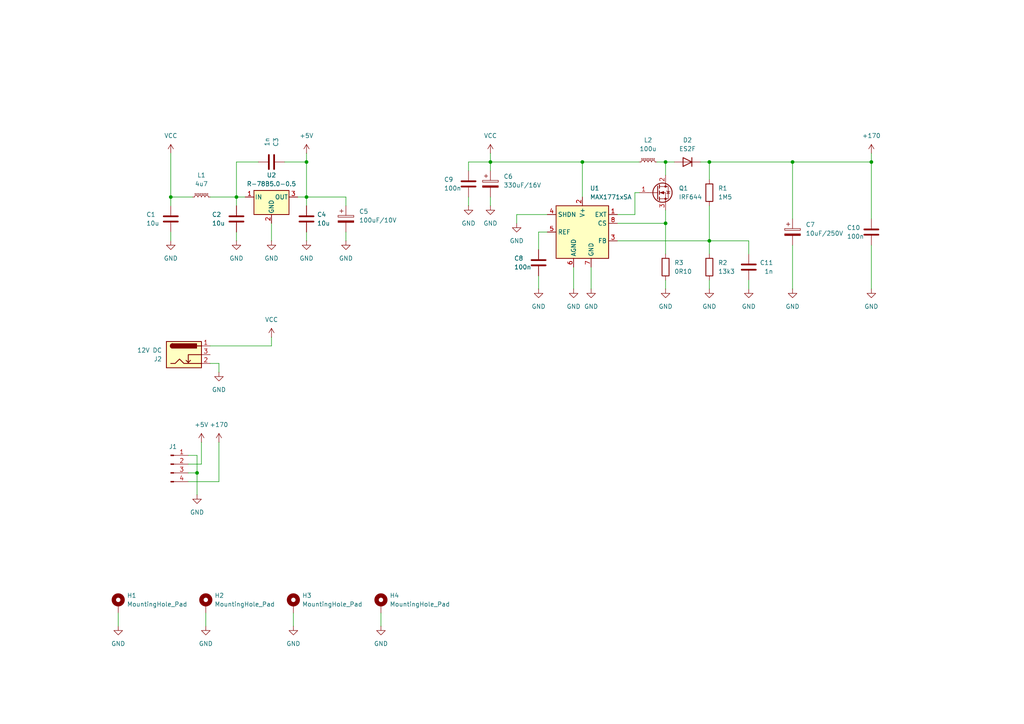
<source format=kicad_sch>
(kicad_sch (version 20231120) (generator "eeschema") (generator_version "8.0")
  (paper "A4")
  (lib_symbols
    (symbol "Connector:Barrel_Jack_Switch" (pin_names hide)
      (property "Reference" "J" (at 0 5.334 0))
      (property "Value" "Barrel_Jack_Switch" (at 0 -5.08 0))
      (symbol "Barrel_Jack_Switch_0_1"
        (rectangle (start -5.08 3.81) (end 5.08 -3.81) (stroke (width 0.254)) (fill (type background)))
        (arc (start -3.302 3.175) (mid -3.9343 2.54) (end -3.302 1.905) (stroke (width 0.254)))
        (arc (start -3.302 3.175) (mid -3.9343 2.54) (end -3.302 1.905) (stroke (width 0.254)) (fill (type outline)))
        (polyline (pts (xy 1.27 -2.286) (xy 1.905 -1.651)) (stroke (width 0.254)))
        (polyline (pts (xy 5.08 2.54) (xy 3.81 2.54)) (stroke (width 0.254)))
        (polyline (pts (xy 5.08 0) (xy 1.27 0) (xy 1.27 -2.286) (xy 0.635 -1.651)) (stroke (width 0.254)))
        (polyline (pts (xy -3.81 -2.54) (xy -2.54 -2.54) (xy -1.27 -1.27) (xy 0 -2.54) (xy 2.54 -2.54) (xy 5.08 -2.54)) (stroke (width 0.254)))
        (rectangle (start 3.683 3.175) (end -3.302 1.905) (stroke (width 0.254)) (fill (type outline)))
      )
      (symbol "Barrel_Jack_Switch_1_1"
        (pin passive line (at 7.62 2.54 180) (length 2.54) (name "~") (number "1"))
        (pin passive line (at 7.62 -2.54 180) (length 2.54) (name "~") (number "2"))
        (pin passive line (at 7.62 0 180) (length 2.54) (name "~") (number "3"))
      )
    )
    (symbol "Connector:Conn_01x04_Pin" (pin_names (offset 1.016) hide)
      (property "Reference" "J" (at 0 5.08 0))
      (property "Value" "Conn_01x04_Pin" (at 0 -7.62 0))
      (symbol "Conn_01x04_Pin_1_1"
        (polyline (pts (xy 1.27 -5.08) (xy 0.8636 -5.08)) (stroke (width 0.1524)))
        (polyline (pts (xy 1.27 -2.54) (xy 0.8636 -2.54)) (stroke (width 0.1524)))
        (polyline (pts (xy 1.27 0) (xy 0.8636 0)) (stroke (width 0.1524)))
        (polyline (pts (xy 1.27 2.54) (xy 0.8636 2.54)) (stroke (width 0.1524)))
        (rectangle (start 0.8636 -4.953) (end 0 -5.207) (stroke (width 0.1524)) (fill (type outline)))
        (rectangle (start 0.8636 -2.413) (end 0 -2.667) (stroke (width 0.1524)) (fill (type outline)))
        (rectangle (start 0.8636 0.127) (end 0 -0.127) (stroke (width 0.1524)) (fill (type outline)))
        (rectangle (start 0.8636 2.667) (end 0 2.413) (stroke (width 0.1524)) (fill (type outline)))
        (pin passive line (at 5.08 2.54 180) (length 3.81) (name "Pin_1") (number "1"))
        (pin passive line (at 5.08 0 180) (length 3.81) (name "Pin_2") (number "2"))
        (pin passive line (at 5.08 -2.54 180) (length 3.81) (name "Pin_3") (number "3"))
        (pin passive line (at 5.08 -5.08 180) (length 3.81) (name "Pin_4") (number "4"))
      )
    )
    (symbol "Device:C" (pin_numbers hide) (pin_names (offset 0.254))
      (property "Reference" "C" (at 0.635 2.54 0))
      (property "Value" "C" (at 0.635 -2.54 0))
      (symbol "C_0_1"
        (polyline (pts (xy -2.032 -0.762) (xy 2.032 -0.762)) (stroke (width 0.508)))
        (polyline (pts (xy -2.032 0.762) (xy 2.032 0.762)) (stroke (width 0.508)))
      )
      (symbol "C_1_1"
        (pin passive line (at 0 3.81 270) (length 2.794) (name "~") (number "1"))
        (pin passive line (at 0 -3.81 90) (length 2.794) (name "~") (number "2"))
      )
    )
    (symbol "Device:C_Polarized" (pin_numbers hide) (pin_names (offset 0.254))
      (property "Reference" "C" (at 0.635 2.54 0))
      (property "Value" "C_Polarized" (at 0.635 -2.54 0))
      (symbol "C_Polarized_0_1"
        (rectangle (start -2.286 0.508) (end 2.286 1.016))
        (polyline (pts (xy -1.778 2.286) (xy -0.762 2.286)))
        (polyline (pts (xy -1.27 2.794) (xy -1.27 1.778)))
        (rectangle (start 2.286 -0.508) (end -2.286 -1.016) (fill (type outline)))
      )
      (symbol "C_Polarized_1_1"
        (pin passive line (at 0 3.81 270) (length 2.794) (name "~") (number "1"))
        (pin passive line (at 0 -3.81 90) (length 2.794) (name "~") (number "2"))
      )
    )
    (symbol "Device:D" (pin_numbers hide) (pin_names (offset 1.016) hide)
      (property "Reference" "D" (at 0 2.54 0))
      (property "Value" "D" (at 0 -2.54 0))
      (symbol "D_0_1"
        (polyline (pts (xy -1.27 1.27) (xy -1.27 -1.27)) (stroke (width 0.254)))
        (polyline (pts (xy 1.27 0) (xy -1.27 0)))
        (polyline (pts (xy 1.27 1.27) (xy 1.27 -1.27) (xy -1.27 0) (xy 1.27 1.27)) (stroke (width 0.254)))
      )
      (symbol "D_1_1"
        (pin passive line (at -3.81 0 0) (length 2.54) (name "K") (number "1"))
        (pin passive line (at 3.81 0 180) (length 2.54) (name "A") (number "2"))
      )
    )
    (symbol "Device:L_Ferrite_Small" (pin_numbers hide) (pin_names (offset 0.254) hide)
      (property "Reference" "L" (at 1.27 1.016 0))
      (property "Value" "L_Ferrite_Small" (at 1.27 -1.27 0))
      (symbol "L_Ferrite_Small_0_1"
        (arc (start 0 -2.032) (mid 0.5058 -1.524) (end 0 -1.016))
        (arc (start 0 -1.016) (mid 0.5058 -0.508) (end 0 0))
        (polyline (pts (xy 0.762 -1.905) (xy 0.762 -1.651)))
        (polyline (pts (xy 0.762 -1.397) (xy 0.762 -1.143)))
        (polyline (pts (xy 0.762 -0.889) (xy 0.762 -0.635)))
        (polyline (pts (xy 0.762 -0.381) (xy 0.762 -0.127)))
        (polyline (pts (xy 0.762 0.127) (xy 0.762 0.381)))
        (polyline (pts (xy 0.762 0.635) (xy 0.762 0.889)))
        (polyline (pts (xy 0.762 1.143) (xy 0.762 1.397)))
        (polyline (pts (xy 0.762 1.651) (xy 0.762 1.905)))
        (polyline (pts (xy 1.016 -1.651) (xy 1.016 -1.905)))
        (polyline (pts (xy 1.016 -1.143) (xy 1.016 -1.397)))
        (polyline (pts (xy 1.016 -0.635) (xy 1.016 -0.889)))
        (polyline (pts (xy 1.016 -0.127) (xy 1.016 -0.381)))
        (polyline (pts (xy 1.016 0.381) (xy 1.016 0.127)))
        (polyline (pts (xy 1.016 0.889) (xy 1.016 0.635)))
        (polyline (pts (xy 1.016 1.397) (xy 1.016 1.143)))
        (polyline (pts (xy 1.016 1.905) (xy 1.016 1.651)))
        (arc (start 0 0) (mid 0.5058 0.508) (end 0 1.016))
        (arc (start 0 1.016) (mid 0.5058 1.524) (end 0 2.032))
      )
      (symbol "L_Ferrite_Small_1_1"
        (pin passive line (at 0 2.54 270) (length 0.508) (name "~") (number "1"))
        (pin passive line (at 0 -2.54 90) (length 0.508) (name "~") (number "2"))
      )
    )
    (symbol "Device:R" (pin_numbers hide) (pin_names (offset 0))
      (property "Reference" "R" (at 2.032 0 90))
      (property "Value" "R" (at 0 0 90))
      (symbol "R_0_1"
        (rectangle (start -1.016 -2.54) (end 1.016 2.54) (stroke (width 0.254)))
      )
      (symbol "R_1_1"
        (pin passive line (at 0 3.81 270) (length 1.27) (name "~") (number "1"))
        (pin passive line (at 0 -3.81 90) (length 1.27) (name "~") (number "2"))
      )
    )
    (symbol "Mechanical:MountingHole_Pad" (pin_numbers hide) (pin_names (offset 1.016) hide) (exclude_from_sim yes) (in_bom no)
      (property "Reference" "H" (at 0 6.35 0))
      (property "Value" "MountingHole_Pad" (at 0 4.445 0))
      (symbol "MountingHole_Pad_0_1"
        (circle (center 0 1.27) (radius 1.27) (stroke (width 1.27)))
      )
      (symbol "MountingHole_Pad_1_1"
        (pin input line (at 0 -2.54 90) (length 2.54) (name "1") (number "1"))
      )
    )
    (symbol "Regulator_Switching:MAX1771xSA"
      (property "Reference" "U" (at -3.81 10.16 0))
      (property "Value" "MAX1771xSA" (at 6.35 10.16 0))
      (symbol "MAX1771xSA_0_1"
        (rectangle (start -7.62 7.62) (end 7.62 -7.62) (stroke (width 0.254)) (fill (type background)))
      )
      (symbol "MAX1771xSA_1_1"
        (pin output line (at 10.16 5.08 180) (length 2.54) (name "EXT") (number "1"))
        (pin power_in line (at 0 10.16 270) (length 2.54) (name "V+") (number "2"))
        (pin input line (at 10.16 -2.54 180) (length 2.54) (name "FB") (number "3"))
        (pin input line (at -10.16 5.08 0) (length 2.54) (name "SHDN") (number "4"))
        (pin passive line (at -10.16 0 0) (length 2.54) (name "REF") (number "5"))
        (pin power_in line (at -2.54 -10.16 90) (length 2.54) (name "AGND") (number "6"))
        (pin power_in line (at 2.54 -10.16 90) (length 2.54) (name "GND") (number "7"))
        (pin input line (at 10.16 2.54 180) (length 2.54) (name "CS") (number "8"))
      )
    )
    (symbol "Regulator_Switching:R-78B5.0-2.0" (pin_names (offset 0.254))
      (property "Reference" "U" (at -3.81 3.175 0))
      (property "Value" "R-78B5.0-2.0" (at 0 3.175 0))
      (symbol "R-78B5.0-2.0_0_1"
        (rectangle (start -5.08 1.905) (end 5.08 -5.08) (stroke (width 0.254)) (fill (type background)))
      )
      (symbol "R-78B5.0-2.0_1_1"
        (pin power_in line (at -7.62 0 0) (length 2.54) (name "IN") (number "1"))
        (pin power_in line (at 0 -7.62 90) (length 2.54) (name "GND") (number "2"))
        (pin power_out line (at 7.62 0 180) (length 2.54) (name "OUT") (number "3"))
      )
    )
    (symbol "Transistor_FET:IRFS4321" (pin_names hide)
      (property "Reference" "Q" (at 5.08 1.905 0))
      (property "Value" "IRFS4321" (at 5.08 0 0))
      (symbol "IRFS4321_0_1"
        (polyline (pts (xy 0.254 0) (xy -2.54 0)))
        (polyline (pts (xy 0.254 1.905) (xy 0.254 -1.905)) (stroke (width 0.254)))
        (polyline (pts (xy 0.762 -1.27) (xy 0.762 -2.286)) (stroke (width 0.254)))
        (polyline (pts (xy 0.762 0.508) (xy 0.762 -0.508)) (stroke (width 0.254)))
        (polyline (pts (xy 0.762 2.286) (xy 0.762 1.27)) (stroke (width 0.254)))
        (polyline (pts (xy 2.54 2.54) (xy 2.54 1.778)))
        (polyline (pts (xy 2.54 -2.54) (xy 2.54 0) (xy 0.762 0)))
        (polyline (pts (xy 0.762 -1.778) (xy 3.302 -1.778) (xy 3.302 1.778) (xy 0.762 1.778)))
        (polyline (pts (xy 1.016 0) (xy 2.032 0.381) (xy 2.032 -0.381) (xy 1.016 0)) (fill (type outline)))
        (polyline (pts (xy 2.794 0.508) (xy 2.921 0.381) (xy 3.683 0.381) (xy 3.81 0.254)))
        (polyline (pts (xy 3.302 0.381) (xy 2.921 -0.254) (xy 3.683 -0.254) (xy 3.302 0.381)))
        (circle (center 1.651 0) (radius 2.794) (stroke (width 0.254)))
        (circle (center 2.54 -1.778) (radius 0.254) (fill (type outline)))
        (circle (center 2.54 1.778) (radius 0.254) (fill (type outline)))
      )
      (symbol "IRFS4321_1_1"
        (pin passive line (at -5.08 0 0) (length 2.54) (name "G") (number "1"))
        (pin passive line (at 2.54 5.08 270) (length 2.54) (name "D") (number "2"))
        (pin passive line (at 2.54 -5.08 90) (length 2.54) (name "S") (number "3"))
      )
    )
    (symbol "power:+2V8" (power) (pin_numbers hide) (pin_names (offset 0) hide)
      (property "Value" "+2V8" (at 0 3.556 0))
      (symbol "+2V8_0_1"
        (polyline (pts (xy -0.762 1.27) (xy 0 2.54)))
        (polyline (pts (xy 0 0) (xy 0 2.54)))
        (polyline (pts (xy 0 2.54) (xy 0.762 1.27)))
      )
      (symbol "+2V8_1_1"
        (pin power_in line (at 0 0 90) (length 0) (name "~") (number "1"))
      )
    )
    (symbol "power:+5V" (power) (pin_numbers hide) (pin_names (offset 0) hide)
      (property "Value" "+5V" (at 0 3.556 0))
      (symbol "+5V_0_1"
        (polyline (pts (xy -0.762 1.27) (xy 0 2.54)))
        (polyline (pts (xy 0 0) (xy 0 2.54)))
        (polyline (pts (xy 0 2.54) (xy 0.762 1.27)))
      )
      (symbol "+5V_1_1"
        (pin power_in line (at 0 0 90) (length 0) (name "~") (number "1"))
      )
    )
    (symbol "power:GND" (power) (pin_numbers hide) (pin_names (offset 0) hide)
      (property "Value" "GND" (at 0 -3.81 0))
      (symbol "GND_0_1"
        (polyline (pts (xy 0 0) (xy 0 -1.27) (xy 1.27 -1.27) (xy 0 -2.54) (xy -1.27 -1.27) (xy 0 -1.27)))
      )
      (symbol "GND_1_1"
        (pin power_in line (at 0 0 270) (length 0) (name "~") (number "1"))
      )
    )
    (symbol "power:VCC" (power) (pin_numbers hide) (pin_names (offset 0) hide)
      (property "Value" "VCC" (at 0 3.556 0))
      (symbol "VCC_0_1"
        (polyline (pts (xy -0.762 1.27) (xy 0 2.54)))
        (polyline (pts (xy 0 0) (xy 0 2.54)))
        (polyline (pts (xy 0 2.54) (xy 0.762 1.27)))
      )
      (symbol "VCC_1_1"
        (pin power_in line (at 0 0 90) (length 0) (name "~") (number "1"))
      )
    )
  )
  (junction (at 57.15 137.16))
  (junction (at 205.74 69.85))
  (junction (at 68.58 57.15))
  (junction (at 205.74 46.99))
  (junction (at 49.53 57.15))
  (junction (at 193.04 46.99))
  (junction (at 142.24 46.99))
  (junction (at 168.91 46.99))
  (junction (at 88.9 46.99))
  (junction (at 229.87 46.99))
  (junction (at 88.9 57.15))
  (junction (at 193.04 64.77))
  (junction (at 252.73 46.99))
  (wire (pts (xy 193.04 64.77) (xy 193.04 73.66)))
  (wire (pts (xy 74.93 46.99) (xy 68.58 46.99)))
  (wire (pts (xy 193.04 81.28) (xy 193.04 83.82)))
  (wire (pts (xy 60.96 105.41) (xy 63.5 105.41)))
  (wire (pts (xy 142.24 57.15) (xy 142.24 59.69)))
  (wire (pts (xy 193.04 46.99) (xy 195.58 46.99)))
  (wire (pts (xy 205.74 46.99) (xy 229.87 46.99)))
  (wire (pts (xy 184.15 62.23) (xy 179.07 62.23)))
  (wire (pts (xy 58.42 128.27) (xy 58.42 134.62)))
  (wire (pts (xy 85.09 177.8) (xy 85.09 181.61)))
  (wire (pts (xy 86.36 57.15) (xy 88.9 57.15)))
  (wire (pts (xy 229.87 46.99) (xy 252.73 46.99)))
  (wire (pts (xy 135.89 57.15) (xy 135.89 59.69)))
  (wire (pts (xy 184.15 55.88) (xy 184.15 62.23)))
  (wire (pts (xy 88.9 57.15) (xy 88.9 59.69)))
  (wire (pts (xy 49.53 67.31) (xy 49.53 69.85)))
  (wire (pts (xy 54.61 137.16) (xy 57.15 137.16)))
  (wire (pts (xy 252.73 71.12) (xy 252.73 83.82)))
  (wire (pts (xy 49.53 44.45) (xy 49.53 57.15)))
  (wire (pts (xy 68.58 67.31) (xy 68.58 69.85)))
  (wire (pts (xy 252.73 46.99) (xy 252.73 63.5)))
  (wire (pts (xy 217.17 73.66) (xy 217.17 69.85)))
  (wire (pts (xy 193.04 46.99) (xy 193.04 50.8)))
  (wire (pts (xy 142.24 44.45) (xy 142.24 46.99)))
  (wire (pts (xy 179.07 64.77) (xy 193.04 64.77)))
  (wire (pts (xy 190.5 46.99) (xy 193.04 46.99)))
  (wire (pts (xy 142.24 46.99) (xy 142.24 49.53)))
  (wire (pts (xy 88.9 46.99) (xy 88.9 57.15)))
  (wire (pts (xy 149.86 62.23) (xy 149.86 64.77)))
  (wire (pts (xy 156.21 80.01) (xy 156.21 83.82)))
  (wire (pts (xy 54.61 139.7) (xy 63.5 139.7)))
  (wire (pts (xy 71.12 57.15) (xy 68.58 57.15)))
  (wire (pts (xy 88.9 67.31) (xy 88.9 69.85)))
  (wire (pts (xy 135.89 46.99) (xy 142.24 46.99)))
  (wire (pts (xy 142.24 46.99) (xy 168.91 46.99)))
  (wire (pts (xy 59.69 177.8) (xy 59.69 181.61)))
  (wire (pts (xy 78.74 64.77) (xy 78.74 69.85)))
  (wire (pts (xy 68.58 46.99) (xy 68.58 57.15)))
  (wire (pts (xy 57.15 143.51) (xy 57.15 137.16)))
  (wire (pts (xy 78.74 97.79) (xy 78.74 100.33)))
  (wire (pts (xy 205.74 59.69) (xy 205.74 69.85)))
  (wire (pts (xy 63.5 128.27) (xy 63.5 139.7)))
  (wire (pts (xy 185.42 46.99) (xy 168.91 46.99)))
  (wire (pts (xy 100.33 67.31) (xy 100.33 69.85)))
  (wire (pts (xy 156.21 67.31) (xy 158.75 67.31)))
  (wire (pts (xy 88.9 46.99) (xy 82.55 46.99)))
  (wire (pts (xy 229.87 46.99) (xy 229.87 63.5)))
  (wire (pts (xy 166.37 77.47) (xy 166.37 83.82)))
  (wire (pts (xy 205.74 69.85) (xy 205.74 73.66)))
  (wire (pts (xy 171.45 77.47) (xy 171.45 83.82)))
  (wire (pts (xy 205.74 69.85) (xy 217.17 69.85)))
  (wire (pts (xy 100.33 59.69) (xy 100.33 57.15)))
  (wire (pts (xy 57.15 132.08) (xy 54.61 132.08)))
  (wire (pts (xy 49.53 57.15) (xy 49.53 59.69)))
  (wire (pts (xy 252.73 44.45) (xy 252.73 46.99)))
  (wire (pts (xy 57.15 137.16) (xy 57.15 132.08)))
  (wire (pts (xy 205.74 46.99) (xy 205.74 52.07)))
  (wire (pts (xy 185.42 55.88) (xy 184.15 55.88)))
  (wire (pts (xy 55.88 57.15) (xy 49.53 57.15)))
  (wire (pts (xy 60.96 57.15) (xy 68.58 57.15)))
  (wire (pts (xy 203.2 46.99) (xy 205.74 46.99)))
  (wire (pts (xy 110.49 177.8) (xy 110.49 181.61)))
  (wire (pts (xy 179.07 69.85) (xy 205.74 69.85)))
  (wire (pts (xy 217.17 81.28) (xy 217.17 83.82)))
  (wire (pts (xy 193.04 60.96) (xy 193.04 64.77)))
  (wire (pts (xy 205.74 81.28) (xy 205.74 83.82)))
  (wire (pts (xy 156.21 72.39) (xy 156.21 67.31)))
  (wire (pts (xy 168.91 46.99) (xy 168.91 57.15)))
  (wire (pts (xy 135.89 49.53) (xy 135.89 46.99)))
  (wire (pts (xy 100.33 57.15) (xy 88.9 57.15)))
  (wire (pts (xy 63.5 105.41) (xy 63.5 107.95)))
  (wire (pts (xy 60.96 100.33) (xy 78.74 100.33)))
  (wire (pts (xy 58.42 134.62) (xy 54.61 134.62)))
  (wire (pts (xy 88.9 44.45) (xy 88.9 46.99)))
  (wire (pts (xy 149.86 62.23) (xy 158.75 62.23)))
  (wire (pts (xy 229.87 71.12) (xy 229.87 83.82)))
  (wire (pts (xy 68.58 57.15) (xy 68.58 59.69)))
  (wire (pts (xy 34.29 177.8) (xy 34.29 181.61)))
  (symbol (lib_id "Device:C_Polarized") (at 100.33 63.5 0) (unit 1)
    (property "Reference" "C5" (at 104.14 61.3409 0) (effects (justify left)))
    (property "Value" "100uF/10V" (at 104.14 63.8809 0) (effects (justify left)))
    (property "Footprint" "Capacitor_SMD:CP_Elec_5x5.3" (effects (hide yes)))
    (property "Description" "Polarized capacitor" (effects (hide yes)))
  )
  (symbol (lib_id "Device:R") (at 193.04 77.47 0) (unit 1)
    (property "Reference" "R3" (at 195.58 76.1999 0) (effects (justify left)))
    (property "Value" "0R10" (at 195.58 78.7399 0) (effects (justify left)))
    (property "Footprint" "Resistor_SMD:R_1206_3216Metric" (effects (hide yes)))
    (property "Description" "Resistor" (effects (hide yes)))
  )
  (symbol (lib_id "Connector:Conn_01x04_Pin") (at 49.53 134.62 0) (unit 1)
    (property "Reference" "J1" (at 50.165 129.54 0))
    (property "Value" "Conn_01x04_Pin" (effects (hide yes)))
    (property "Footprint" "Connector_PinSocket_2.54mm:PinSocket_1x04_P2.54mm_Vertical" (effects (hide yes)))
    (property "Description" "Generic connector, single row, 01x04, script generated" (effects (hide yes)))
  )
  (symbol (lib_id "power:+2V8") (at 63.5 128.27 0) (unit 1)
    (property "Reference" "#PWR07" (effects (hide yes)))
    (property "Value" "+170" (at 63.5 123.19 0))
    (property "Description" "Power symbol creates a global label with name \"+2V8\"" (effects (hide yes)))
  )
  (symbol (lib_id "power:GND") (at 171.45 83.82 0) (unit 1)
    (property "Reference" "#PWR020" (effects (hide yes)))
    (property "Value" "GND" (at 171.45 88.9 0))
    (property "Description" "Power symbol creates a global label with name \"GND\" , ground" (effects (hide yes)))
  )
  (symbol (lib_id "Device:C") (at 156.21 76.2 180) (unit 1)
    (property "Reference" "C8" (at 149.098 74.93 0) (effects (justify right)))
    (property "Value" "100n" (at 149.098 77.47 0) (effects (justify right)))
    (property "Footprint" "Capacitor_SMD:C_0805_2012Metric_Pad1.18x1.45mm_HandSolder" (effects (hide yes)))
    (property "Description" "Unpolarized capacitor" (effects (hide yes)))
  )
  (symbol (lib_id "power:GND") (at 149.86 64.77 0) (unit 1)
    (property "Reference" "#PWR028" (effects (hide yes)))
    (property "Value" "GND" (at 149.86 69.85 0))
    (property "Description" "Power symbol creates a global label with name \"GND\" , ground" (effects (hide yes)))
  )
  (symbol (lib_id "Mechanical:MountingHole_Pad") (at 59.69 175.26 0) (unit 1) (exclude_from_sim yes) (in_bom no)
    (property "Reference" "H2" (at 62.23 172.7199 0) (effects (justify left)))
    (property "Value" "MountingHole_Pad" (at 62.23 175.2599 0) (effects (justify left)))
    (property "Footprint" "MountingHole:MountingHole_2.7mm_M2.5_DIN965_Pad" (effects (hide yes)))
    (property "Description" "Mounting Hole with connection" (effects (hide yes)))
  )
  (symbol (lib_id "power:GND") (at 252.73 83.82 0) (unit 1)
    (property "Reference" "#PWR026" (effects (hide yes)))
    (property "Value" "GND" (at 252.73 88.9 0))
    (property "Description" "Power symbol creates a global label with name \"GND\" , ground" (effects (hide yes)))
  )
  (symbol (lib_id "Mechanical:MountingHole_Pad") (at 110.49 175.26 0) (unit 1) (exclude_from_sim yes) (in_bom no)
    (property "Reference" "H4" (at 113.03 172.7199 0) (effects (justify left)))
    (property "Value" "MountingHole_Pad" (at 113.03 175.2599 0) (effects (justify left)))
    (property "Footprint" "MountingHole:MountingHole_2.7mm_M2.5_DIN965_Pad" (effects (hide yes)))
    (property "Description" "Mounting Hole with connection" (effects (hide yes)))
  )
  (symbol (lib_id "power:GND") (at 205.74 83.82 0) (unit 1)
    (property "Reference" "#PWR019" (effects (hide yes)))
    (property "Value" "GND" (at 205.74 88.9 0))
    (property "Description" "Power symbol creates a global label with name \"GND\" , ground" (effects (hide yes)))
  )
  (symbol (lib_id "power:VCC") (at 78.74 97.79 0) (unit 1)
    (property "Reference" "#PWR016" (effects (hide yes)))
    (property "Value" "VCC" (at 78.74 92.71 0))
    (property "Description" "Power symbol creates a global label with name \"VCC\"" (effects (hide yes)))
  )
  (symbol (lib_id "Device:C_Polarized") (at 229.87 67.31 0) (unit 1)
    (property "Reference" "C7" (at 233.68 65.1509 0) (effects (justify left)))
    (property "Value" "10uF/250V" (at 233.68 67.6909 0) (effects (justify left)))
    (property "Footprint" "Capacitor_SMD:CP_Elec_10x12.5" (effects (hide yes)))
    (property "Description" "Polarized capacitor" (effects (hide yes)))
  )
  (symbol (lib_id "Device:D") (at 199.39 46.99 180) (unit 1)
    (property "Reference" "D2" (at 199.39 40.64 0))
    (property "Value" "ES2F" (at 199.39 43.18 0))
    (property "Footprint" "Diode_SMD:D_SMB" (effects (hide yes)))
    (property "Description" "Diode" (effects (hide yes)))
    (property "Sim.Device" "D" (effects (hide yes)))
    (property "Sim.Pins" "1=K 2=A" (effects (hide yes)))
  )
  (symbol (lib_id "power:+5V") (at 58.42 128.27 0) (unit 1)
    (property "Reference" "#PWR06" (effects (hide yes)))
    (property "Value" "+5V" (at 58.42 123.19 0))
    (property "Description" "Power symbol creates a global label with name \"+5V\"" (effects (hide yes)))
  )
  (symbol (lib_id "Transistor_FET:IRFS4321") (at 190.5 55.88 0) (unit 1)
    (property "Reference" "Q1" (at 196.85 54.6099 0) (effects (justify left)))
    (property "Value" "IRF644" (at 196.85 57.1499 0) (effects (justify left)))
    (property "Footprint" "Package_TO_SOT_SMD:TO-263-2" (effects (hide yes)))
    (property "Datasheet" "https://www.vishay.com/docs/91052/sihf740a.pdf" (effects (hide yes)))
    (property "Description" "N-Channel Power MOSFET, D2PAK" (effects (hide yes)))
  )
  (symbol (lib_id "power:GND") (at 135.89 59.69 0) (unit 1)
    (property "Reference" "#PWR023" (effects (hide yes)))
    (property "Value" "GND" (at 135.89 64.77 0))
    (property "Description" "Power symbol creates a global label with name \"GND\" , ground" (effects (hide yes)))
  )
  (symbol (lib_id "power:GND") (at 68.58 69.85 0) (unit 1)
    (property "Reference" "#PWR010" (effects (hide yes)))
    (property "Value" "GND" (at 68.58 74.93 0))
    (property "Description" "Power symbol creates a global label with name \"GND\" , ground" (effects (hide yes)))
  )
  (symbol (lib_id "Mechanical:MountingHole_Pad") (at 85.09 175.26 0) (unit 1) (exclude_from_sim yes) (in_bom no)
    (property "Reference" "H3" (at 87.63 172.7199 0) (effects (justify left)))
    (property "Value" "MountingHole_Pad" (at 87.63 175.2599 0) (effects (justify left)))
    (property "Footprint" "MountingHole:MountingHole_2.7mm_M2.5_DIN965_Pad" (effects (hide yes)))
    (property "Description" "Mounting Hole with connection" (effects (hide yes)))
  )
  (symbol (lib_id "power:GND") (at 193.04 83.82 0) (unit 1)
    (property "Reference" "#PWR018" (effects (hide yes)))
    (property "Value" "GND" (at 193.04 88.9 0))
    (property "Description" "Power symbol creates a global label with name \"GND\" , ground" (effects (hide yes)))
  )
  (symbol (lib_id "power:GND") (at 57.15 143.51 0) (unit 1)
    (property "Reference" "#PWR05" (effects (hide yes)))
    (property "Value" "GND" (at 57.15 148.59 0))
    (property "Description" "Power symbol creates a global label with name \"GND\" , ground" (effects (hide yes)))
  )
  (symbol (lib_id "Device:C") (at 88.9 63.5 180) (unit 1)
    (property "Reference" "C4" (at 91.948 62.23 0) (effects (justify right)))
    (property "Value" "10u" (at 91.948 64.77 0) (effects (justify right)))
    (property "Footprint" "Capacitor_SMD:C_0805_2012Metric_Pad1.18x1.45mm_HandSolder" (effects (hide yes)))
    (property "Description" "Unpolarized capacitor" (effects (hide yes)))
  )
  (symbol (lib_id "power:GND") (at 156.21 83.82 0) (unit 1)
    (property "Reference" "#PWR022" (effects (hide yes)))
    (property "Value" "GND" (at 156.21 88.9 0))
    (property "Description" "Power symbol creates a global label with name \"GND\" , ground" (effects (hide yes)))
  )
  (symbol (lib_id "Device:C") (at 49.53 63.5 180) (unit 1)
    (property "Reference" "C1" (at 42.418 62.23 0) (effects (justify right)))
    (property "Value" "10u" (at 42.418 64.77 0) (effects (justify right)))
    (property "Footprint" "Capacitor_SMD:C_0805_2012Metric_Pad1.18x1.45mm_HandSolder" (effects (hide yes)))
    (property "Description" "Unpolarized capacitor" (effects (hide yes)))
  )
  (symbol (lib_id "power:GND") (at 63.5 107.95 0) (unit 1)
    (property "Reference" "#PWR015" (effects (hide yes)))
    (property "Value" "GND" (at 63.5 113.03 0))
    (property "Description" "Power symbol creates a global label with name \"GND\" , ground" (effects (hide yes)))
  )
  (symbol (lib_id "power:GND") (at 142.24 59.69 0) (unit 1)
    (property "Reference" "#PWR024" (effects (hide yes)))
    (property "Value" "GND" (at 142.24 64.77 0))
    (property "Description" "Power symbol creates a global label with name \"GND\" , ground" (effects (hide yes)))
  )
  (symbol (lib_id "Mechanical:MountingHole_Pad") (at 34.29 175.26 0) (unit 1) (exclude_from_sim yes) (in_bom no)
    (property "Reference" "H1" (at 36.83 172.7199 0) (effects (justify left)))
    (property "Value" "MountingHole_Pad" (at 36.83 175.2599 0) (effects (justify left)))
    (property "Footprint" "MountingHole:MountingHole_2.7mm_M2.5_DIN965_Pad" (effects (hide yes)))
    (property "Description" "Mounting Hole with connection" (effects (hide yes)))
  )
  (symbol (lib_id "power:GND") (at 100.33 69.85 0) (unit 1)
    (property "Reference" "#PWR014" (effects (hide yes)))
    (property "Value" "GND" (at 100.33 74.93 0))
    (property "Description" "Power symbol creates a global label with name \"GND\" , ground" (effects (hide yes)))
  )
  (symbol (lib_id "Device:R") (at 205.74 77.47 0) (unit 1)
    (property "Reference" "R2" (at 208.28 76.1999 0) (effects (justify left)))
    (property "Value" "13k3" (at 208.28 78.7399 0) (effects (justify left)))
    (property "Footprint" "Resistor_SMD:R_1206_3216Metric" (effects (hide yes)))
    (property "Description" "Resistor" (effects (hide yes)))
  )
  (symbol (lib_id "Regulator_Switching:MAX1771xSA") (at 168.91 67.31 0) (unit 1)
    (property "Reference" "U1" (at 171.1041 54.61 0) (effects (justify left)))
    (property "Value" "MAX1771xSA" (at 171.1041 57.15 0) (effects (justify left)))
    (property "Footprint" "Package_SO:SO-8_3.9x4.9mm_P1.27mm" (effects (hide yes)))
    (property "Datasheet" "https://datasheets.maximintegrated.com/en/ds/MAX1771.pdf" (effects (hide yes)))
    (property "Description" "12V or Adjustable, High-Efficiency, Low IQ, Step-Up DC-DC Controller, SO-8" (effects (hide yes)))
  )
  (symbol (lib_id "Device:C") (at 217.17 77.47 0) (mirror x) (unit 1)
    (property "Reference" "C11" (at 224.282 76.2 0) (effects (justify right)))
    (property "Value" "1n" (at 224.282 78.74 0) (effects (justify right)))
    (property "Footprint" "Capacitor_SMD:C_0805_2012Metric_Pad1.18x1.45mm_HandSolder" (effects (hide yes)))
    (property "Description" "Unpolarized capacitor" (effects (hide yes)))
  )
  (symbol (lib_id "power:GND") (at 166.37 83.82 0) (unit 1)
    (property "Reference" "#PWR021" (effects (hide yes)))
    (property "Value" "GND" (at 166.37 88.9 0))
    (property "Description" "Power symbol creates a global label with name \"GND\" , ground" (effects (hide yes)))
  )
  (symbol (lib_id "power:VCC") (at 142.24 44.45 0) (unit 1)
    (property "Reference" "#PWR017" (effects (hide yes)))
    (property "Value" "VCC" (at 142.24 39.37 0))
    (property "Description" "Power symbol creates a global label with name \"VCC\"" (effects (hide yes)))
  )
  (symbol (lib_id "power:GND") (at 78.74 69.85 0) (unit 1)
    (property "Reference" "#PWR011" (effects (hide yes)))
    (property "Value" "GND" (at 78.74 74.93 0))
    (property "Description" "Power symbol creates a global label with name \"GND\" , ground" (effects (hide yes)))
  )
  (symbol (lib_id "power:GND") (at 49.53 69.85 0) (unit 1)
    (property "Reference" "#PWR09" (effects (hide yes)))
    (property "Value" "GND" (at 49.53 74.93 0))
    (property "Description" "Power symbol creates a global label with name \"GND\" , ground" (effects (hide yes)))
  )
  (symbol (lib_id "Device:C") (at 68.58 63.5 180) (unit 1)
    (property "Reference" "C2" (at 61.468 62.23 0) (effects (justify right)))
    (property "Value" "10u" (at 61.468 64.77 0) (effects (justify right)))
    (property "Footprint" "Capacitor_SMD:C_0805_2012Metric_Pad1.18x1.45mm_HandSolder" (effects (hide yes)))
    (property "Description" "Unpolarized capacitor" (effects (hide yes)))
  )
  (symbol (lib_id "power:+2V8") (at 252.73 44.45 0) (unit 1)
    (property "Reference" "#PWR027" (effects (hide yes)))
    (property "Value" "+170" (at 252.73 39.37 0))
    (property "Description" "Power symbol creates a global label with name \"+2V8\"" (effects (hide yes)))
  )
  (symbol (lib_id "power:+5V") (at 88.9 44.45 0) (unit 1)
    (property "Reference" "#PWR012" (effects (hide yes)))
    (property "Value" "+5V" (at 88.9 39.37 0))
    (property "Description" "Power symbol creates a global label with name \"+5V\"" (effects (hide yes)))
  )
  (symbol (lib_id "Device:R") (at 205.74 55.88 0) (unit 1)
    (property "Reference" "R1" (at 208.28 54.6099 0) (effects (justify left)))
    (property "Value" "1M5" (at 208.28 57.1499 0) (effects (justify left)))
    (property "Footprint" "Resistor_SMD:R_1206_3216Metric" (effects (hide yes)))
    (property "Description" "Resistor" (effects (hide yes)))
  )
  (symbol (lib_id "Device:L_Ferrite_Small") (at 58.42 57.15 90) (unit 1)
    (property "Reference" "L1" (at 58.42 50.8 90))
    (property "Value" "4u7" (at 58.42 53.34 90))
    (property "Footprint" "Inductor_SMD:L_Changjiang_FNR4030S" (effects (hide yes)))
    (property "Description" "Inductor with ferrite core, small symbol" (effects (hide yes)))
  )
  (symbol (lib_id "power:GND") (at 88.9 69.85 0) (unit 1)
    (property "Reference" "#PWR013" (effects (hide yes)))
    (property "Value" "GND" (at 88.9 74.93 0))
    (property "Description" "Power symbol creates a global label with name \"GND\" , ground" (effects (hide yes)))
  )
  (symbol (lib_id "Device:C") (at 252.73 67.31 180) (unit 1)
    (property "Reference" "C10" (at 245.618 66.04 0) (effects (justify right)))
    (property "Value" "100n" (at 245.618 68.58 0) (effects (justify right)))
    (property "Footprint" "Capacitor_SMD:C_0805_2012Metric_Pad1.18x1.45mm_HandSolder" (effects (hide yes)))
    (property "Description" "Unpolarized capacitor" (effects (hide yes)))
  )
  (symbol (lib_id "power:GND") (at 229.87 83.82 0) (unit 1)
    (property "Reference" "#PWR025" (effects (hide yes)))
    (property "Value" "GND" (at 229.87 88.9 0))
    (property "Description" "Power symbol creates a global label with name \"GND\" , ground" (effects (hide yes)))
  )
  (symbol (lib_id "Device:C") (at 78.74 46.99 90) (unit 1)
    (property "Reference" "C3" (at 80.01 39.878 0) (effects (justify right)))
    (property "Value" "1n" (at 77.47 39.878 0) (effects (justify right)))
    (property "Footprint" "Capacitor_SMD:C_0805_2012Metric_Pad1.18x1.45mm_HandSolder" (effects (hide yes)))
    (property "Description" "Unpolarized capacitor" (effects (hide yes)))
  )
  (symbol (lib_id "Device:L_Ferrite_Small") (at 187.96 46.99 90) (unit 1)
    (property "Reference" "L2" (at 187.96 40.64 90))
    (property "Value" "100u" (at 187.96 43.18 90))
    (property "Footprint" "Inductor_SMD:L_Sunlord_SWPA8040S" (effects (hide yes)))
    (property "Description" "Inductor with ferrite core, small symbol" (effects (hide yes)))
  )
  (symbol (lib_id "Device:C_Polarized") (at 142.24 53.34 0) (unit 1)
    (property "Reference" "C6" (at 146.05 51.1809 0) (effects (justify left)))
    (property "Value" "330uF/16V" (at 146.05 53.7209 0) (effects (justify left)))
    (property "Footprint" "Capacitor_SMD:CP_Elec_6.3x7.7" (effects (hide yes)))
    (property "Description" "Polarized capacitor" (effects (hide yes)))
  )
  (symbol (lib_id "power:GND") (at 110.49 181.61 0) (unit 1)
    (property "Reference" "#PWR04" (effects (hide yes)))
    (property "Value" "GND" (at 110.49 186.69 0))
    (property "Description" "Power symbol creates a global label with name \"GND\" , ground" (effects (hide yes)))
  )
  (symbol (lib_id "Regulator_Switching:R-78B5.0-2.0") (at 78.74 57.15 0) (unit 1)
    (property "Reference" "U2" (at 78.74 50.8 0))
    (property "Value" "R-78B5.0-0.5" (at 78.74 53.34 0))
    (property "Footprint" "anders:78xx-05A" (effects (hide yes)))
    (property "Datasheet" "https://www.recom-power.com/pdf/Innoline/R-78Bxx-2.0.pdf" (effects (hide yes)))
    (property "Description" "2A Step-Down DC/DC-Regulator, 6.5-32V input, 5.0V fixed Output Voltage, LM78xx replacement, -40°C to +85°C, SIP3" (effects (hide yes)))
  )
  (symbol (lib_id "power:VCC") (at 49.53 44.45 0) (unit 1)
    (property "Reference" "#PWR08" (effects (hide yes)))
    (property "Value" "VCC" (at 49.53 39.37 0))
    (property "Description" "Power symbol creates a global label with name \"VCC\"" (effects (hide yes)))
  )
  (symbol (lib_id "power:GND") (at 59.69 181.61 0) (unit 1)
    (property "Reference" "#PWR02" (effects (hide yes)))
    (property "Value" "GND" (at 59.69 186.69 0))
    (property "Description" "Power symbol creates a global label with name \"GND\" , ground" (effects (hide yes)))
  )
  (symbol (lib_id "power:GND") (at 217.17 83.82 0) (unit 1)
    (property "Reference" "#PWR029" (effects (hide yes)))
    (property "Value" "GND" (at 217.17 88.9 0))
    (property "Description" "Power symbol creates a global label with name \"GND\" , ground" (effects (hide yes)))
  )
  (symbol (lib_id "Connector:Barrel_Jack_Switch") (at 53.34 102.87 0) (unit 1)
    (property "Reference" "J2" (at 46.99 104.1401 0) (effects (justify right)))
    (property "Value" "12V DC" (at 46.99 101.6001 0) (effects (justify right)))
    (property "Footprint" "Connector_BarrelJack:BarrelJack_GCT_DCJ200-10-A_Horizontal" (effects (hide yes)))
    (property "Description" "DC Barrel Jack with an internal switch" (effects (hide yes)))
  )
  (symbol (lib_id "Device:C") (at 135.89 53.34 180) (unit 1)
    (property "Reference" "C9" (at 128.778 52.07 0) (effects (justify right)))
    (property "Value" "100n" (at 128.778 54.61 0) (effects (justify right)))
    (property "Footprint" "Capacitor_SMD:C_0805_2012Metric_Pad1.18x1.45mm_HandSolder" (effects (hide yes)))
    (property "Description" "Unpolarized capacitor" (effects (hide yes)))
  )
  (symbol (lib_id "power:GND") (at 34.29 181.61 0) (unit 1)
    (property "Reference" "#PWR01" (effects (hide yes)))
    (property "Value" "GND" (at 34.29 186.69 0))
    (property "Description" "Power symbol creates a global label with name \"GND\" , ground" (effects (hide yes)))
  )
  (symbol (lib_id "power:GND") (at 85.09 181.61 0) (unit 1)
    (property "Reference" "#PWR03" (effects (hide yes)))
    (property "Value" "GND" (at 85.09 186.69 0))
    (property "Description" "Power symbol creates a global label with name \"GND\" , ground" (effects (hide yes)))
  )
)
</source>
